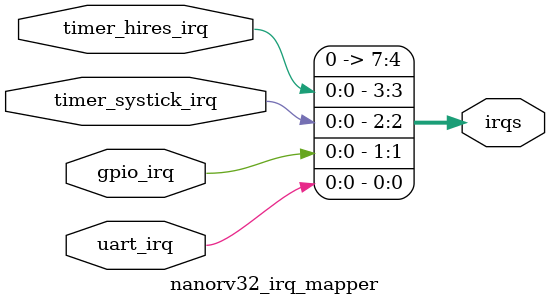
<source format=v>


module nanorv32_irq_mapper (/*AUTOARG*/
   // Outputs
   irqs,
   // Inputs
   uart_irq, gpio_irq, timer_systick_irq, timer_hires_irq
   );

   output [7:0] irqs;

   input        uart_irq;
   input        gpio_irq;
   input        timer_systick_irq;
   input        timer_hires_irq;


   /*AUTOINPUT*/
   /*AUTOOUTPUT*/

   /*AUTOREG*/
   /*AUTOWIRE*/

   wire [7:0]   irqs;

   assign irqs[0] = uart_irq;
   assign irqs[1] = gpio_irq;
   assign irqs[2] = timer_systick_irq;
   assign irqs[3] = timer_hires_irq;
   assign irqs[7:4] = 0;


endmodule // nanorv32_irq_mapper
/*
 Local Variables:
 verilog-library-directories:(
 "."
 )
 End:
 */

</source>
